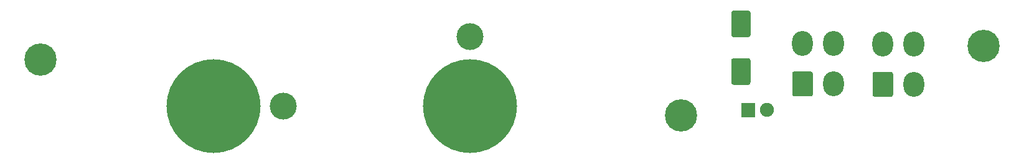
<source format=gbr>
%TF.GenerationSoftware,KiCad,Pcbnew,(5.1.12-1-10_14)*%
%TF.CreationDate,2021-11-27T12:00:23+11:00*%
%TF.ProjectId,HUD VID RCD Panel PCB V2,48554420-5649-4442-9052-43442050616e,rev?*%
%TF.SameCoordinates,Original*%
%TF.FileFunction,Soldermask,Bot*%
%TF.FilePolarity,Negative*%
%FSLAX46Y46*%
G04 Gerber Fmt 4.6, Leading zero omitted, Abs format (unit mm)*
G04 Created by KiCad (PCBNEW (5.1.12-1-10_14)) date 2021-11-27 12:00:23*
%MOMM*%
%LPD*%
G01*
G04 APERTURE LIST*
%ADD10C,4.400000*%
%ADD11O,2.800000X3.400000*%
%ADD12C,12.800000*%
%ADD13C,3.672000*%
%ADD14C,1.900000*%
G04 APERTURE END LIST*
D10*
%TO.C,REF\u002A\u002A*%
X84074000Y-76073000D03*
%TD*%
%TO.C,REF\u002A\u002A*%
X171196000Y-83693000D03*
%TD*%
%TO.C,REF\u002A\u002A*%
X212344000Y-74168000D03*
%TD*%
D11*
%TO.C,J1*%
X202819000Y-73914000D03*
X198619000Y-73914000D03*
X202819000Y-79414000D03*
G36*
G01*
X197219000Y-80853600D02*
X197219000Y-77974400D01*
G75*
G02*
X197479400Y-77714000I260400J0D01*
G01*
X199758600Y-77714000D01*
G75*
G02*
X200019000Y-77974400I0J-260400D01*
G01*
X200019000Y-80853600D01*
G75*
G02*
X199758600Y-81114000I-260400J0D01*
G01*
X197479400Y-81114000D01*
G75*
G02*
X197219000Y-80853600I0J260400D01*
G01*
G37*
%TD*%
D12*
%TO.C,REF\u002A\u002A*%
X107569000Y-82423000D03*
X107569000Y-82423000D03*
D13*
X117094000Y-82423000D03*
%TD*%
D12*
%TO.C,REF\u002A\u002A*%
X142494000Y-82423000D03*
X142494000Y-82423000D03*
D13*
X142494000Y-72898000D03*
%TD*%
D11*
%TO.C,J2*%
X191906000Y-73875000D03*
X187706000Y-73875000D03*
X191906000Y-79375000D03*
G36*
G01*
X186306000Y-80814600D02*
X186306000Y-77935400D01*
G75*
G02*
X186566400Y-77675000I260400J0D01*
G01*
X188845600Y-77675000D01*
G75*
G02*
X189106000Y-77935400I0J-260400D01*
G01*
X189106000Y-80814600D01*
G75*
G02*
X188845600Y-81075000I-260400J0D01*
G01*
X186566400Y-81075000D01*
G75*
G02*
X186306000Y-80814600I0J260400D01*
G01*
G37*
%TD*%
D14*
%TO.C,D17*%
X182880000Y-82931000D03*
G36*
G01*
X179390000Y-83831000D02*
X179390000Y-82031000D01*
G75*
G02*
X179440000Y-81981000I50000J0D01*
G01*
X181240000Y-81981000D01*
G75*
G02*
X181290000Y-82031000I0J-50000D01*
G01*
X181290000Y-83831000D01*
G75*
G02*
X181240000Y-83881000I-50000J0D01*
G01*
X179440000Y-83881000D01*
G75*
G02*
X179390000Y-83831000I0J50000D01*
G01*
G37*
%TD*%
%TO.C,C1*%
G36*
G01*
X180364000Y-72972000D02*
X178284000Y-72972000D01*
G75*
G02*
X178024000Y-72712000I0J260000D01*
G01*
X178024000Y-69632000D01*
G75*
G02*
X178284000Y-69372000I260000J0D01*
G01*
X180364000Y-69372000D01*
G75*
G02*
X180624000Y-69632000I0J-260000D01*
G01*
X180624000Y-72712000D01*
G75*
G02*
X180364000Y-72972000I-260000J0D01*
G01*
G37*
G36*
G01*
X180364000Y-79472000D02*
X178284000Y-79472000D01*
G75*
G02*
X178024000Y-79212000I0J260000D01*
G01*
X178024000Y-76132000D01*
G75*
G02*
X178284000Y-75872000I260000J0D01*
G01*
X180364000Y-75872000D01*
G75*
G02*
X180624000Y-76132000I0J-260000D01*
G01*
X180624000Y-79212000D01*
G75*
G02*
X180364000Y-79472000I-260000J0D01*
G01*
G37*
%TD*%
M02*

</source>
